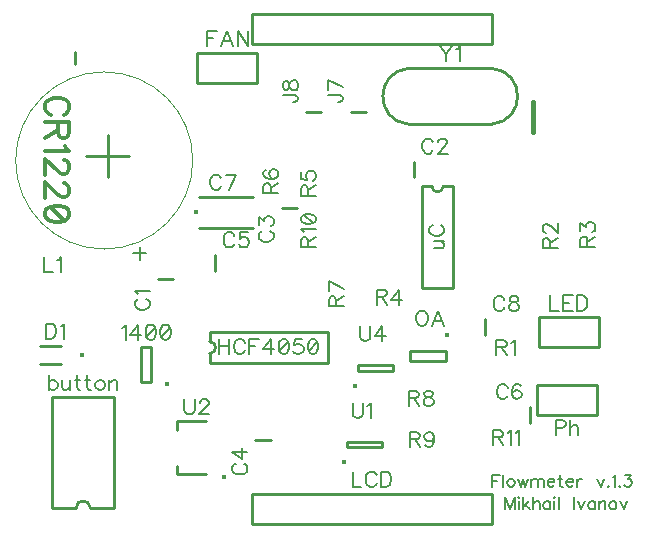
<source format=gbr>
G04 DipTrace 3.2.0.1*
G04 TopSilk.gbr*
%MOIN*%
G04 #@! TF.FileFunction,Legend,Top*
G04 #@! TF.Part,Single*
%ADD10C,0.009843*%
%ADD16C,0.001312*%
%ADD19C,0.015743*%
%ADD21C,0.015746*%
%ADD28C,0.01542*%
%ADD30C,0.015404*%
%ADD32C,0.015395*%
%ADD34C,0.015401*%
%ADD75C,0.00772*%
%ADD76C,0.015439*%
%ADD77C,0.006176*%
%ADD78C,0.010807*%
%ADD79C,0.012351*%
%FSLAX26Y26*%
G04*
G70*
G90*
G75*
G01*
G04 TopSilk*
%LPD*%
X924322Y1296094D2*
D10*
X975463D1*
X1777192Y1635371D2*
Y1686513D1*
X1336778Y1533570D2*
X1387920D1*
X1249287Y758651D2*
X1300429D1*
X1114761Y1322904D2*
Y1374046D1*
X2166129Y867849D2*
Y816707D1*
D19*
X1051439Y1517207D3*
X1059860Y1464333D2*
D10*
X1239866D1*
X1059860Y1570081D2*
X1239866D1*
X2014667Y1110427D2*
Y1161568D1*
X602310Y1010759D2*
X531431D1*
X602310Y1073753D2*
X531431D1*
D21*
X671200Y1042256D3*
X826155Y1706652D2*
D10*
X686149D1*
X756172Y1776614D2*
Y1636614D1*
X1237357Y579811D2*
X2037357D1*
X1237357Y479811D2*
Y579811D1*
Y479811D2*
X2037357D1*
Y579811D1*
X2387257Y842273D2*
Y942273D1*
X2187257Y842273D2*
X2387257D1*
X2187257D2*
Y942273D1*
X2387257D1*
X2193496Y1167249D2*
Y1067249D1*
X2393496Y1167249D2*
X2193496D1*
X2393496D2*
Y1067249D1*
X2193496D1*
X1256126Y1948407D2*
Y2048407D1*
X1056126Y1948407D2*
X1256126D1*
X1056126D2*
Y2048407D1*
X1256126D1*
X1619146Y1850808D2*
X1568004D1*
X1469161D2*
X1418020D1*
X1805062Y1605370D2*
Y1266777D1*
X1907439Y1605370D2*
Y1266777D1*
X1805062D2*
X1907439D1*
X1805062Y1605370D2*
X1836556D1*
X1875945D2*
X1907439D1*
X1836556D2*
G03X1875945Y1605370I19694J-12D01*
G01*
X1085491Y644018D2*
X987085D1*
Y673558D1*
Y791643D2*
Y821184D1*
X1085491D1*
D28*
X1144121Y634921D3*
D30*
X1581474Y940058D3*
X1590675Y990199D2*
D10*
X1708780D1*
Y1009885D1*
X1590675D1*
Y990199D1*
D32*
X954019Y946601D3*
X899954Y951863D2*
D10*
Y1069971D1*
X868463Y951863D2*
Y1069971D1*
X899954D2*
X868463D1*
X899954Y951863D2*
X868463D1*
D34*
X1889210Y1108877D3*
X1883948Y1054812D2*
D10*
X1765840D1*
X1883948Y1023321D2*
X1765840D1*
Y1054812D2*
Y1023321D1*
X1883948Y1054812D2*
Y1023321D1*
X777272Y902341D2*
X572539D1*
X777272Y532262D2*
Y902341D1*
X572539Y532262D2*
Y902341D1*
X777272Y532262D2*
X698531D1*
X572539D2*
X651280D1*
X698531D2*
G03X651280Y532262I-23626J-15D01*
G01*
X1096866Y1016185D2*
X1490535D1*
X1096866Y1118561D2*
X1490535D1*
Y1016185D2*
Y1118561D1*
X1096866Y1016185D2*
Y1047678D1*
Y1087067D2*
Y1118561D1*
Y1047678D2*
G03X1096866Y1087067I-11J19694D01*
G01*
X2038197Y1997541D2*
X1758869D1*
X2038197Y1811793D2*
X1758869D1*
X2038197D2*
G03X2038197Y1997541I-8216J92874D01*
G01*
X1758869D2*
G03X1758869Y1811793I8216J-92874D01*
G01*
D30*
X1543978Y683834D3*
X1553179Y733976D2*
D10*
X1671283D1*
Y753662D1*
X1553179D1*
Y733976D1*
X1237357Y2179643D2*
X2037357D1*
X1237357Y2079643D2*
Y2179643D1*
Y2079643D2*
X2037357D1*
Y2179643D1*
X449953Y1690601D2*
D16*
G02X449953Y1690601I295276J0D01*
G01*
X859080Y1229437D2*
D75*
X854327Y1227060D1*
X849518Y1222252D1*
X847142Y1217498D1*
Y1207937D1*
X849518Y1203128D1*
X854327Y1198375D1*
X859080Y1195943D1*
X866265Y1193567D1*
X878259D1*
X885388Y1195943D1*
X890197Y1198375D1*
X894950Y1203128D1*
X897382Y1207937D1*
Y1217498D1*
X894950Y1222251D1*
X890197Y1227060D1*
X885388Y1229437D1*
X856759Y1244876D2*
X854327Y1249684D1*
X847197Y1256869D1*
X897382D1*
X1841537Y1751755D2*
X1839160Y1756508D1*
X1834352Y1761316D1*
X1829599Y1763693D1*
X1820037D1*
X1815229Y1761316D1*
X1810475Y1756508D1*
X1808044Y1751755D1*
X1805667Y1744570D1*
Y1732576D1*
X1808044Y1725446D1*
X1810475Y1720638D1*
X1815229Y1715885D1*
X1820037Y1713453D1*
X1829599D1*
X1834352Y1715885D1*
X1839160Y1720638D1*
X1841537Y1725446D1*
X1859408Y1751699D2*
Y1754076D1*
X1861785Y1758884D1*
X1864161Y1761261D1*
X1868970Y1763638D1*
X1878531D1*
X1883284Y1761261D1*
X1885661Y1758884D1*
X1888093Y1754076D1*
Y1749323D1*
X1885661Y1744514D1*
X1880908Y1737385D1*
X1856976Y1713453D1*
X1890469D1*
X1271537Y1456162D2*
X1266784Y1453785D1*
X1261975Y1448977D1*
X1259598Y1444223D1*
Y1434662D1*
X1261975Y1429853D1*
X1266783Y1425100D1*
X1271537Y1422668D1*
X1278722Y1420292D1*
X1290715D1*
X1297845Y1422668D1*
X1302653Y1425100D1*
X1307407Y1429853D1*
X1309839Y1434662D1*
Y1444223D1*
X1307407Y1448977D1*
X1302653Y1453785D1*
X1297845Y1456162D1*
X1259654Y1476409D2*
Y1502662D1*
X1278777Y1488348D1*
Y1495533D1*
X1281154Y1500286D1*
X1283530Y1502662D1*
X1290715Y1505094D1*
X1295468D1*
X1302653Y1502662D1*
X1307462Y1497909D1*
X1309838Y1490724D1*
Y1483539D1*
X1307462Y1476409D1*
X1305030Y1474033D1*
X1300277Y1471601D1*
X1184046Y680055D2*
X1179293Y677678D1*
X1174484Y672870D1*
X1172108Y668117D1*
Y658555D1*
X1174484Y653746D1*
X1179293Y648993D1*
X1184046Y646561D1*
X1191231Y644185D1*
X1203224D1*
X1210354Y646561D1*
X1215163Y648993D1*
X1219916Y653746D1*
X1222348Y658555D1*
Y668116D1*
X1219916Y672870D1*
X1215163Y677678D1*
X1210354Y680055D1*
X1222348Y719426D2*
X1172163D1*
X1205601Y695494D1*
Y731364D1*
X1179106Y1439287D2*
X1176730Y1444041D1*
X1171921Y1448849D1*
X1167168Y1451226D1*
X1157607D1*
X1152798Y1448849D1*
X1148045Y1444041D1*
X1145613Y1439287D1*
X1143237Y1432102D1*
Y1420109D1*
X1145613Y1412979D1*
X1148045Y1408171D1*
X1152798Y1403418D1*
X1157607Y1400986D1*
X1167168D1*
X1171921Y1403418D1*
X1176730Y1408171D1*
X1179106Y1412979D1*
X1223231Y1451170D2*
X1199354D1*
X1196978Y1429671D1*
X1199354Y1432047D1*
X1206539Y1434479D1*
X1213669D1*
X1220854Y1432047D1*
X1225662Y1427294D1*
X1228039Y1420109D1*
Y1415356D1*
X1225662Y1408171D1*
X1220854Y1403362D1*
X1213669Y1400986D1*
X1206539D1*
X1199354Y1403362D1*
X1196978Y1405794D1*
X1194546Y1410547D1*
X2089937Y933091D2*
X2087560Y937844D1*
X2082752Y942652D1*
X2077998Y945029D1*
X2068437D1*
X2063628Y942652D1*
X2058875Y937844D1*
X2056443Y933091D1*
X2054067Y925906D1*
Y913912D1*
X2056443Y906782D1*
X2058875Y901974D1*
X2063628Y897221D1*
X2068437Y894789D1*
X2077998D1*
X2082752Y897221D1*
X2087560Y901974D1*
X2089937Y906782D1*
X2134061Y937844D2*
X2131684Y942597D1*
X2124499Y944974D1*
X2119746D1*
X2112561Y942597D1*
X2107752Y935412D1*
X2105376Y923474D1*
Y911536D1*
X2107752Y901974D1*
X2112561Y897165D1*
X2119746Y894789D1*
X2122122D1*
X2129252Y897165D1*
X2134061Y901974D1*
X2136437Y909159D1*
Y911536D1*
X2134061Y918721D1*
X2129252Y923474D1*
X2122122Y925850D1*
X2119746D1*
X2112561Y923474D1*
X2107752Y918721D1*
X2105376Y911536D1*
X1135185Y1631366D2*
X1132809Y1636119D1*
X1128000Y1640928D1*
X1123247Y1643304D1*
X1113685D1*
X1108877Y1640928D1*
X1104124Y1636119D1*
X1101692Y1631366D1*
X1099315Y1624181D1*
Y1612188D1*
X1101692Y1605058D1*
X1104124Y1600249D1*
X1108877Y1595496D1*
X1113685Y1593064D1*
X1123247D1*
X1128000Y1595496D1*
X1132809Y1600249D1*
X1135185Y1605058D1*
X1160186Y1593064D2*
X1184118Y1643249D1*
X1150624D1*
X2079040Y1226810D2*
X2076663Y1231563D1*
X2071855Y1236371D1*
X2067101Y1238748D1*
X2057540D1*
X2052731Y1236371D1*
X2047978Y1231563D1*
X2045546Y1226810D1*
X2043170Y1219625D1*
Y1207631D1*
X2045546Y1200501D1*
X2047978Y1195693D1*
X2052731Y1190940D1*
X2057540Y1188508D1*
X2067101D1*
X2071855Y1190940D1*
X2076663Y1195693D1*
X2079040Y1200501D1*
X2106417Y1238693D2*
X2099287Y1236316D1*
X2096855Y1231563D1*
Y1226755D1*
X2099287Y1222001D1*
X2104040Y1219569D1*
X2113602Y1217193D1*
X2120787Y1214816D1*
X2125540Y1210008D1*
X2127917Y1205255D1*
Y1198070D1*
X2125540Y1193316D1*
X2123164Y1190885D1*
X2115979Y1188508D1*
X2106417D1*
X2099287Y1190885D1*
X2096855Y1193316D1*
X2094479Y1198070D1*
Y1205255D1*
X2096855Y1210008D1*
X2101664Y1214816D1*
X2108794Y1217193D1*
X2118355Y1219569D1*
X2123164Y1222001D1*
X2125540Y1226755D1*
Y1231563D1*
X2123164Y1236316D1*
X2115979Y1238693D1*
X2106417D1*
X551170Y1146976D2*
Y1096736D1*
X567916D1*
X575101Y1099168D1*
X579910Y1103921D1*
X582286Y1108730D1*
X584663Y1115860D1*
Y1127853D1*
X582286Y1135038D1*
X579910Y1139791D1*
X575101Y1144600D1*
X567916Y1146976D1*
X551170D1*
X600102Y1137359D2*
X604911Y1139791D1*
X612096Y1146921D1*
Y1096736D1*
X1572894Y653034D2*
Y602794D1*
X1601579D1*
X1652888Y641096D2*
X1650511Y645849D1*
X1645703Y650658D1*
X1640949Y653034D1*
X1631388D1*
X1626579Y650658D1*
X1621826Y645849D1*
X1619394Y641096D1*
X1617018Y633911D1*
Y621917D1*
X1619394Y614788D1*
X1621826Y609979D1*
X1626579Y605226D1*
X1631388Y602794D1*
X1640949D1*
X1645703Y605226D1*
X1650511Y609979D1*
X1652888Y614788D1*
X1668327Y653034D2*
Y602794D1*
X1685074D1*
X1692259Y605226D1*
X1697067Y609979D1*
X1699444Y614788D1*
X1701820Y621917D1*
Y633911D1*
X1699444Y641096D1*
X1697067Y645849D1*
X1692259Y650658D1*
X1685074Y653034D1*
X1668327D1*
X2249637Y799006D2*
X2271192D1*
X2278322Y801383D1*
X2280754Y803814D1*
X2283130Y808568D1*
Y815753D1*
X2280754Y820506D1*
X2278322Y822938D1*
X2271192Y825314D1*
X2249637D1*
Y775074D1*
X2298569Y825314D2*
Y775074D1*
Y799006D2*
X2305754Y806191D1*
X2310563Y808568D1*
X2317748D1*
X2322501Y806191D1*
X2324878Y799006D1*
Y775074D1*
X2231437Y1240472D2*
Y1190232D1*
X2260122D1*
X2306623Y1240472D2*
X2275561D1*
Y1190232D1*
X2306623D1*
X2275561Y1216541D2*
X2294684D1*
X2322062Y1240472D2*
Y1190232D1*
X2338808D1*
X2345994Y1192664D1*
X2350802Y1197417D1*
X2353179Y1202226D1*
X2355555Y1209356D1*
Y1221349D1*
X2353179Y1228534D1*
X2350802Y1233287D1*
X2345994Y1238096D1*
X2338808Y1240472D1*
X2322062D1*
X1120348Y2121630D2*
X1089231D1*
Y2071390D1*
Y2097698D2*
X1108354D1*
X1174089Y2071390D2*
X1154910Y2121630D1*
X1135787Y2071390D1*
X1142972Y2088137D2*
X1166904D1*
X1223021Y2121630D2*
Y2071390D1*
X1189528Y2121630D1*
Y2071390D1*
X1490824Y1909185D2*
X1529071D1*
X1536256Y1906808D1*
X1538632Y1904376D1*
X1541064Y1899623D1*
Y1894815D1*
X1538632Y1890061D1*
X1536256Y1887685D1*
X1529071Y1885253D1*
X1524318D1*
X1541064Y1934185D2*
X1490880Y1958117D1*
X1490879Y1924624D1*
X1340840Y1909212D2*
X1379086D1*
X1386272Y1906836D1*
X1388648Y1904404D1*
X1391080Y1899651D1*
Y1894842D1*
X1388648Y1890089D1*
X1386271Y1887713D1*
X1379086Y1885281D1*
X1374333D1*
X1340895Y1936590D2*
X1343272Y1929460D1*
X1348025Y1927028D1*
X1352833D1*
X1357587Y1929460D1*
X1360019Y1934213D1*
X1362395Y1943775D1*
X1364772Y1950960D1*
X1369580Y1955713D1*
X1374333Y1958090D1*
X1381518D1*
X1386272Y1955713D1*
X1388703Y1953336D1*
X1391080Y1946151D1*
Y1936590D1*
X1388703Y1929460D1*
X1386272Y1927028D1*
X1381518Y1924652D1*
X1374333D1*
X1369580Y1927028D1*
X1364772Y1931837D1*
X1362395Y1938966D1*
X1360019Y1948528D1*
X1357587Y1953336D1*
X1352833Y1955713D1*
X1348025D1*
X1343272Y1953336D1*
X1340895Y1946151D1*
Y1936590D1*
X545343Y1367577D2*
Y1317337D1*
X574028D1*
X589467Y1357961D2*
X594275Y1360392D1*
X601460Y1367522D1*
Y1317337D1*
X2052684Y1067394D2*
X2074184D1*
X2081369Y1069826D1*
X2083801Y1072202D1*
X2086177Y1076955D1*
Y1081764D1*
X2083801Y1086517D1*
X2081369Y1088949D1*
X2074184Y1091325D1*
X2052684D1*
Y1041085D1*
X2069431Y1067394D2*
X2086177Y1041085D1*
X2101617Y1081709D2*
X2106425Y1084140D1*
X2113610Y1091270D1*
Y1041085D1*
X2230774Y1398785D2*
Y1420284D1*
X2228342Y1427469D1*
X2225966Y1429901D1*
X2221213Y1432278D1*
X2216404D1*
X2211651Y1429901D1*
X2209219Y1427469D1*
X2206843Y1420284D1*
Y1398785D1*
X2257083D1*
X2230774Y1415531D2*
X2257083Y1432278D1*
X2218836Y1450149D2*
X2216460D1*
X2211651Y1452526D1*
X2209274Y1454902D1*
X2206898Y1459711D1*
Y1469272D1*
X2209274Y1474025D1*
X2211651Y1476402D1*
X2216460Y1478834D1*
X2221213D1*
X2226021Y1476402D1*
X2233151Y1471649D1*
X2257083Y1447717D1*
Y1481210D1*
X2355761Y1403220D2*
Y1424720D1*
X2353329Y1431905D1*
X2350953Y1434337D1*
X2346200Y1436714D1*
X2341391D1*
X2336638Y1434337D1*
X2334206Y1431905D1*
X2331829Y1424720D1*
Y1403220D1*
X2382069D1*
X2355761Y1419967D2*
X2382069Y1436713D1*
X2331885Y1456961D2*
Y1483214D1*
X2351008Y1468899D1*
Y1476084D1*
X2353385Y1480838D1*
X2355761Y1483214D1*
X2362946Y1485646D1*
X2367699D1*
X2374884Y1483214D1*
X2379693Y1478461D1*
X2382069Y1471276D1*
Y1464091D1*
X2379693Y1456961D1*
X2377261Y1454585D1*
X2372508Y1452153D1*
X1424609Y1573766D2*
Y1595266D1*
X1422177Y1602451D1*
X1419801Y1604883D1*
X1415047Y1607259D1*
X1410239D1*
X1405486Y1604883D1*
X1403054Y1602451D1*
X1400677Y1595266D1*
Y1573766D1*
X1450917D1*
X1424609Y1590513D2*
X1450917Y1607259D1*
X1400733Y1651384D2*
Y1627507D1*
X1422232Y1625131D1*
X1419856Y1627507D1*
X1417424Y1634692D1*
Y1641822D1*
X1419856Y1649007D1*
X1424609Y1653815D1*
X1431794Y1656192D1*
X1436547D1*
X1443732Y1653815D1*
X1448541Y1649007D1*
X1450917Y1641822D1*
Y1634692D1*
X1448541Y1627507D1*
X1446109Y1625131D1*
X1441356Y1622699D1*
X1299622Y1581231D2*
Y1602731D1*
X1297190Y1609916D1*
X1294814Y1612348D1*
X1290060Y1614725D1*
X1285252D1*
X1280499Y1612348D1*
X1278067Y1609916D1*
X1275690Y1602731D1*
Y1581231D1*
X1325930D1*
X1299622Y1597978D2*
X1325930Y1614725D1*
X1282875Y1658849D2*
X1278122Y1656472D1*
X1275746Y1649287D1*
Y1644534D1*
X1278122Y1637349D1*
X1285307Y1632541D1*
X1297245Y1630164D1*
X1309184D1*
X1318745Y1632541D1*
X1323554Y1637349D1*
X1325930Y1644534D1*
Y1646911D1*
X1323554Y1654040D1*
X1318745Y1658849D1*
X1311560Y1661225D1*
X1309184D1*
X1301999Y1658849D1*
X1297245Y1654040D1*
X1294869Y1646911D1*
Y1644534D1*
X1297245Y1637349D1*
X1301999Y1632541D1*
X1309184Y1630164D1*
X1518349Y1205055D2*
Y1226555D1*
X1515917Y1233740D1*
X1513541Y1236172D1*
X1508787Y1238548D1*
X1503979D1*
X1499226Y1236172D1*
X1496794Y1233740D1*
X1494417Y1226555D1*
Y1205055D1*
X1544657D1*
X1518349Y1221802D2*
X1544657Y1238548D1*
Y1263549D2*
X1494473Y1287481D1*
Y1253987D1*
X1760836Y898756D2*
X1782336D1*
X1789521Y901188D1*
X1791952Y903564D1*
X1794329Y908318D1*
Y913126D1*
X1791952Y917879D1*
X1789521Y920311D1*
X1782336Y922688D1*
X1760836D1*
Y872448D1*
X1777582Y898756D2*
X1794329Y872448D1*
X1821706Y922632D2*
X1814577Y920256D1*
X1812145Y915503D1*
Y910694D1*
X1814577Y905941D1*
X1819330Y903509D1*
X1828892Y901133D1*
X1836077Y898756D1*
X1840830Y893947D1*
X1843206Y889194D1*
Y882009D1*
X1840830Y877256D1*
X1838453Y874824D1*
X1831268Y872448D1*
X1821706D1*
X1814577Y874824D1*
X1812145Y877256D1*
X1809768Y882009D1*
Y889194D1*
X1812145Y893947D1*
X1816953Y898756D1*
X1824083Y901133D1*
X1833645Y903509D1*
X1838453Y905941D1*
X1840830Y910694D1*
Y915503D1*
X1838453Y920256D1*
X1831268Y922632D1*
X1821706D1*
X1763810Y761270D2*
X1785310D1*
X1792495Y763702D1*
X1794927Y766079D1*
X1797303Y770832D1*
Y775640D1*
X1794927Y780394D1*
X1792495Y782825D1*
X1785310Y785202D1*
X1763810D1*
Y734962D1*
X1780557Y761270D2*
X1797303Y734962D1*
X1843859Y768455D2*
X1841427Y761270D1*
X1836674Y756462D1*
X1829489Y754085D1*
X1827113D1*
X1819928Y756462D1*
X1815174Y761270D1*
X1812743Y768455D1*
Y770832D1*
X1815174Y778017D1*
X1819928Y782770D1*
X1827113Y785147D1*
X1829489D1*
X1836674Y782770D1*
X1841427Y778017D1*
X1843859Y768455D1*
Y756462D1*
X1841427Y744524D1*
X1836674Y737339D1*
X1829489Y734962D1*
X1824736D1*
X1817551Y737339D1*
X1815174Y742147D1*
X1424609Y1402003D2*
Y1423502D1*
X1422177Y1430687D1*
X1419801Y1433119D1*
X1415047Y1435496D1*
X1410239D1*
X1405486Y1433119D1*
X1403054Y1430687D1*
X1400677Y1423502D1*
Y1402003D1*
X1450917D1*
X1424609Y1418749D2*
X1450917Y1435496D1*
X1410294Y1450935D2*
X1407862Y1455744D1*
X1400733Y1462929D1*
X1450917D1*
X1400733Y1492738D2*
X1403109Y1485553D1*
X1410294Y1480744D1*
X1422232Y1478368D1*
X1429417D1*
X1441356Y1480744D1*
X1448541Y1485553D1*
X1450917Y1492738D1*
Y1497491D1*
X1448541Y1504676D1*
X1441356Y1509429D1*
X1429417Y1511861D1*
X1422232D1*
X1410294Y1509429D1*
X1403109Y1504676D1*
X1400733Y1497491D1*
Y1492738D1*
X1410294Y1509429D2*
X1441356Y1480744D1*
X2040876Y767520D2*
X2062376D1*
X2069561Y769952D1*
X2071992Y772328D1*
X2074369Y777081D1*
Y781890D1*
X2071992Y786643D1*
X2069561Y789075D1*
X2062376Y791451D1*
X2040876D1*
Y741211D1*
X2057622Y767520D2*
X2074369Y741211D1*
X2089808Y781835D2*
X2094617Y784266D1*
X2101802Y791396D1*
Y741211D1*
X2117241Y781835D2*
X2122049Y784266D1*
X2129235Y791396D1*
Y741211D1*
X1844865Y1397265D2*
X1868797D1*
X1875927Y1399641D1*
X1878359Y1404450D1*
Y1411635D1*
X1875927Y1416388D1*
X1868797Y1423573D1*
X1844865D2*
X1878359D1*
X1840057Y1474882D2*
X1835304Y1472506D1*
X1830495Y1467697D1*
X1828119Y1462944D1*
Y1453382D1*
X1830495Y1448574D1*
X1835304Y1443821D1*
X1840057Y1441389D1*
X1847242Y1439012D1*
X1859235D1*
X1866365Y1441389D1*
X1871173Y1443821D1*
X1875927Y1448574D1*
X1878359Y1453382D1*
Y1462944D1*
X1875927Y1467697D1*
X1871173Y1472506D1*
X1866365Y1474882D1*
X1012795Y894407D2*
Y858537D1*
X1015172Y851352D1*
X1019980Y846599D1*
X1027165Y844167D1*
X1031918D1*
X1039103Y846599D1*
X1043912Y851352D1*
X1046288Y858537D1*
Y894407D1*
X1064159Y882413D2*
Y884790D1*
X1066536Y889598D1*
X1068913Y891975D1*
X1073721Y894352D1*
X1083283D1*
X1088036Y891975D1*
X1090412Y889598D1*
X1092844Y884790D1*
Y880037D1*
X1090412Y875228D1*
X1085659Y868099D1*
X1061727Y844167D1*
X1095221D1*
X1598874Y1139210D2*
Y1103340D1*
X1601251Y1096155D1*
X1606059Y1091402D1*
X1613244Y1088970D1*
X1617998D1*
X1625183Y1091402D1*
X1629991Y1096155D1*
X1632368Y1103340D1*
Y1139210D1*
X1671739Y1088970D2*
Y1139155D1*
X1647807Y1105717D1*
X1683677D1*
X804995Y1133577D2*
X809803Y1136009D1*
X816988Y1143139D1*
Y1092954D1*
X856359D2*
Y1143139D1*
X832428Y1109701D1*
X868297D1*
X898107Y1143139D2*
X890922Y1140762D1*
X886113Y1133577D1*
X883737Y1121639D1*
Y1114454D1*
X886113Y1102516D1*
X890922Y1095331D1*
X898107Y1092954D1*
X902860D1*
X910045Y1095331D1*
X914798Y1102516D1*
X917230Y1114454D1*
Y1121639D1*
X914798Y1133577D1*
X910045Y1140762D1*
X902860Y1143139D1*
X898107D1*
X914798Y1133577D2*
X886113Y1102516D1*
X947039Y1143139D2*
X939854Y1140762D1*
X935046Y1133577D1*
X932669Y1121639D1*
Y1114454D1*
X935046Y1102516D1*
X939854Y1095331D1*
X947039Y1092954D1*
X951793D1*
X958978Y1095331D1*
X963731Y1102516D1*
X966163Y1114454D1*
Y1121639D1*
X963731Y1133577D1*
X958978Y1140762D1*
X951793Y1143139D1*
X947039D1*
X963731Y1133577D2*
X935046Y1102516D1*
X1799752Y1189798D2*
X1794943Y1187421D1*
X1790190Y1182613D1*
X1787758Y1177860D1*
X1785382Y1170675D1*
Y1158681D1*
X1787758Y1151551D1*
X1790190Y1146743D1*
X1794943Y1141990D1*
X1799752Y1139558D1*
X1809313D1*
X1814066Y1141990D1*
X1818875Y1146743D1*
X1821251Y1151551D1*
X1823628Y1158681D1*
Y1170675D1*
X1821251Y1177860D1*
X1818875Y1182613D1*
X1814066Y1187421D1*
X1809313Y1189798D1*
X1799752D1*
X1877369Y1139558D2*
X1858191Y1189798D1*
X1839067Y1139558D1*
X1846252Y1156305D2*
X1870184D1*
X560975Y975564D2*
Y925324D1*
Y951633D2*
X565783Y956441D1*
X570537Y958818D1*
X577722D1*
X582475Y956441D1*
X587283Y951633D1*
X589660Y944448D1*
Y939694D1*
X587283Y932509D1*
X582475Y927756D1*
X577722Y925324D1*
X570537D1*
X565783Y927756D1*
X560975Y932509D1*
X605099Y958818D2*
Y934886D1*
X607476Y927756D1*
X612284Y925324D1*
X619469D1*
X624222Y927756D1*
X631407Y934886D1*
Y958818D2*
Y925324D1*
X654032Y975564D2*
Y934886D1*
X656408Y927756D1*
X661217Y925324D1*
X665970D1*
X646847Y958818D2*
X663593D1*
X688594Y975564D2*
Y934886D1*
X690971Y927756D1*
X695779Y925324D1*
X700532D1*
X681409Y958818D2*
X698156D1*
X727910D2*
X723157Y956441D1*
X718348Y951633D1*
X715972Y944448D1*
Y939694D1*
X718348Y932509D1*
X723157Y927756D1*
X727910Y925324D1*
X735095D1*
X739903Y927756D1*
X744657Y932509D1*
X747088Y939694D1*
Y944448D1*
X744657Y951633D1*
X739903Y956441D1*
X735095Y958818D1*
X727910D1*
X762528D2*
Y925324D1*
Y949256D2*
X769713Y956441D1*
X774521Y958818D1*
X781651D1*
X786459Y956441D1*
X788836Y949256D1*
Y925324D1*
X1128968Y1095505D2*
Y1045265D1*
X1162461Y1095505D2*
Y1045265D1*
X1128968Y1071573D2*
X1162461D1*
X1213771Y1083567D2*
X1211394Y1088320D1*
X1206586Y1093128D1*
X1201832Y1095505D1*
X1192271D1*
X1187462Y1093128D1*
X1182709Y1088320D1*
X1180277Y1083567D1*
X1177901Y1076382D1*
Y1064388D1*
X1180277Y1057258D1*
X1182709Y1052450D1*
X1187462Y1047697D1*
X1192271Y1045265D1*
X1201832D1*
X1206586Y1047697D1*
X1211394Y1052450D1*
X1213771Y1057258D1*
X1260327Y1095505D2*
X1229210D1*
Y1045265D1*
Y1071573D2*
X1248333D1*
X1299698Y1045265D2*
Y1095450D1*
X1275766Y1062012D1*
X1311636D1*
X1341445Y1095450D2*
X1334260Y1093073D1*
X1329452Y1085888D1*
X1327075Y1073950D1*
Y1066765D1*
X1329452Y1054827D1*
X1334260Y1047641D1*
X1341445Y1045265D1*
X1346198D1*
X1353383Y1047641D1*
X1358136Y1054827D1*
X1360568Y1066765D1*
Y1073950D1*
X1358136Y1085888D1*
X1353383Y1093073D1*
X1346198Y1095450D1*
X1341445D1*
X1358136Y1085888D2*
X1329452Y1054827D1*
X1404692Y1095450D2*
X1380816D1*
X1378439Y1073950D1*
X1380816Y1076326D1*
X1388001Y1078758D1*
X1395131D1*
X1402316Y1076326D1*
X1407124Y1071573D1*
X1409501Y1064388D1*
Y1059635D1*
X1407124Y1052450D1*
X1402316Y1047641D1*
X1395131Y1045265D1*
X1388001D1*
X1380816Y1047641D1*
X1378439Y1050073D1*
X1376008Y1054827D1*
X1439310Y1095450D2*
X1432125Y1093073D1*
X1427317Y1085888D1*
X1424940Y1073950D1*
Y1066765D1*
X1427317Y1054827D1*
X1432125Y1047641D1*
X1439310Y1045265D1*
X1444063D1*
X1451248Y1047641D1*
X1456002Y1054827D1*
X1458434Y1066765D1*
Y1073950D1*
X1456002Y1085888D1*
X1451248Y1093073D1*
X1444063Y1095450D1*
X1439310D1*
X1456002Y1085888D2*
X1427317Y1054827D1*
X1865693Y2070764D2*
X1884816Y2046832D1*
Y2020524D1*
X1903940Y2070764D2*
X1884816Y2046832D1*
X1919379Y2061147D2*
X1924187Y2063579D1*
X1931372Y2070708D1*
Y2020524D1*
X1573316Y882987D2*
Y847117D1*
X1575693Y839932D1*
X1580502Y835179D1*
X1587687Y832747D1*
X1592440D1*
X1599625Y835179D1*
X1604433Y839932D1*
X1606810Y847117D1*
Y882987D1*
X1622249Y873370D2*
X1627058Y875802D1*
X1634243Y882932D1*
Y832747D1*
X1653381Y1236221D2*
X1674881D1*
X1682066Y1238652D1*
X1684498Y1241029D1*
X1686874Y1245782D1*
Y1250591D1*
X1684498Y1255344D1*
X1682066Y1257776D1*
X1674881Y1260152D1*
X1653381D1*
Y1209912D1*
X1670128Y1236221D2*
X1686874Y1209912D1*
X1726245D2*
Y1260097D1*
X1702313Y1226659D1*
X1738183D1*
X2174764Y1884718D2*
D76*
Y1784238D1*
X2063790Y642701D2*
D77*
X2038896D1*
Y602509D1*
Y623555D2*
X2054195D1*
X2076141Y642701D2*
Y602509D1*
X2098043Y629303D2*
X2094240Y627402D1*
X2090394Y623555D1*
X2088492Y617807D1*
Y614005D1*
X2090394Y608257D1*
X2094240Y604454D1*
X2098043Y602509D1*
X2103791D1*
X2107638Y604454D1*
X2111440Y608257D1*
X2113386Y614005D1*
Y617807D1*
X2111440Y623555D1*
X2107638Y627402D1*
X2103791Y629303D1*
X2098043D1*
X2125737D2*
X2133387Y602509D1*
X2141036Y629303D1*
X2148685Y602509D1*
X2156334Y629303D1*
X2168686D2*
Y602509D1*
Y621654D2*
X2174434Y627402D1*
X2178281Y629303D1*
X2183984D1*
X2187831Y627402D1*
X2189732Y621654D1*
Y602509D1*
Y621654D2*
X2195481Y627402D1*
X2199327Y629303D1*
X2205031D1*
X2208878Y627402D1*
X2210823Y621654D1*
Y602509D1*
X2223175Y617807D2*
X2246123D1*
Y621654D1*
X2244221Y625501D1*
X2242320Y627402D1*
X2238473Y629303D1*
X2232725D1*
X2228923Y627402D1*
X2225076Y623555D1*
X2223175Y617807D1*
Y614005D1*
X2225076Y608257D1*
X2228923Y604454D1*
X2232725Y602509D1*
X2238473D1*
X2242320Y604454D1*
X2246123Y608257D1*
X2264222Y642701D2*
Y610158D1*
X2266123Y604454D1*
X2269970Y602509D1*
X2273773D1*
X2258474Y629303D2*
X2271871D1*
X2286124Y617807D2*
X2309072D1*
Y621654D1*
X2307171Y625501D1*
X2305269Y627402D1*
X2301423Y629303D1*
X2295675D1*
X2291872Y627402D1*
X2288025Y623555D1*
X2286124Y617807D1*
Y614005D1*
X2288025Y608257D1*
X2291872Y604454D1*
X2295675Y602509D1*
X2301423D1*
X2305269Y604454D1*
X2309072Y608257D1*
X2321423Y629303D2*
Y602509D1*
Y617807D2*
X2323369Y623555D1*
X2327171Y627402D1*
X2331018Y629303D1*
X2336766D1*
X2387998D2*
X2399494Y602509D1*
X2410946Y629303D1*
X2425199Y606356D2*
X2423298Y604410D1*
X2425199Y602509D1*
X2427144Y604410D1*
X2425199Y606356D1*
X2439496Y635007D2*
X2443343Y636953D1*
X2449091Y642657D1*
Y602509D1*
X2463343Y606356D2*
X2461442Y604410D1*
X2463343Y602509D1*
X2465289Y604410D1*
X2463343Y606356D1*
X2481487Y642657D2*
X2502489D1*
X2491037Y627358D1*
X2496786D1*
X2500588Y625457D1*
X2502489Y623555D1*
X2504435Y617807D1*
Y614005D1*
X2502489Y608257D1*
X2498687Y604410D1*
X2492939Y602509D1*
X2487191D1*
X2481487Y604410D1*
X2479586Y606356D1*
X2477640Y610158D1*
X2113239Y527517D2*
Y567709D1*
X2097940Y527517D1*
X2082642Y567709D1*
Y527517D1*
X2125590Y567709D2*
X2127492Y565807D1*
X2129437Y567709D1*
X2127492Y569654D1*
X2125590Y567709D1*
X2127492Y554311D2*
Y527517D1*
X2141788Y567709D2*
Y527517D1*
X2160934Y554311D2*
X2141788Y535166D1*
X2149438Y542815D2*
X2162835Y527517D1*
X2175186Y567709D2*
Y527517D1*
Y546662D2*
X2180934Y552410D1*
X2184781Y554311D1*
X2190529D1*
X2194332Y552410D1*
X2196233Y546662D1*
Y527517D1*
X2231532Y554311D2*
Y527517D1*
Y548563D2*
X2227730Y552410D1*
X2223883Y554311D1*
X2218179D1*
X2214333Y552410D1*
X2210530Y548563D1*
X2208584Y542815D1*
Y539013D1*
X2210530Y533265D1*
X2214333Y529462D1*
X2218179Y527517D1*
X2223883D1*
X2227730Y529462D1*
X2231532Y533265D1*
X2243884Y567709D2*
X2245785Y565807D1*
X2247731Y567709D1*
X2245785Y569654D1*
X2243884Y567709D1*
X2245785Y554311D2*
Y527517D1*
X2260082Y567709D2*
Y527517D1*
X2311314Y567709D2*
Y527517D1*
X2323666Y554311D2*
X2335162Y527517D1*
X2346613Y554311D1*
X2381913D2*
Y527517D1*
Y548563D2*
X2378110Y552410D1*
X2374263Y554311D1*
X2368560D1*
X2364713Y552410D1*
X2360910Y548563D1*
X2358965Y542815D1*
Y539013D1*
X2360910Y533265D1*
X2364713Y529462D1*
X2368560Y527517D1*
X2374263D1*
X2378110Y529462D1*
X2381913Y533265D1*
X2394264Y554311D2*
Y527517D1*
Y546662D2*
X2400012Y552410D1*
X2403859Y554311D1*
X2409563D1*
X2413410Y552410D1*
X2415311Y546662D1*
Y527517D1*
X2437213Y554311D2*
X2433410Y552410D1*
X2429563Y548563D1*
X2427662Y542815D1*
Y539013D1*
X2429563Y533265D1*
X2433410Y529462D1*
X2437213Y527517D1*
X2442961D1*
X2446808Y529462D1*
X2450610Y533265D1*
X2452556Y539013D1*
Y542815D1*
X2450610Y548563D1*
X2446808Y552410D1*
X2442961Y554311D1*
X2437213D1*
X2464907D2*
X2476403Y527517D1*
X2487855Y554311D1*
X647229Y2051212D2*
D78*
Y2012524D1*
X609950Y1843042D2*
D79*
X617555Y1846845D1*
X625248Y1854538D1*
X629051Y1862143D1*
Y1877442D1*
X625248Y1885135D1*
X617555Y1892740D1*
X609950Y1896631D1*
X598454Y1900434D1*
X579264D1*
X567856Y1896631D1*
X560163Y1892740D1*
X552558Y1885135D1*
X548667Y1877442D1*
Y1862143D1*
X552558Y1854538D1*
X560163Y1846845D1*
X567856Y1843042D1*
X590760Y1818339D2*
Y1783940D1*
X594651Y1772443D1*
X598453Y1768553D1*
X606059Y1764750D1*
X613752D1*
X621357Y1768552D1*
X625248Y1772443D1*
X629051Y1783940D1*
Y1818339D1*
X548667D1*
X590760Y1791545D2*
X548667Y1764750D1*
X613664Y1740047D2*
X617555Y1732354D1*
X628962Y1720858D1*
X548667D1*
X609861Y1692264D2*
X613664D1*
X621357Y1688461D1*
X625160Y1684659D1*
X628962Y1676965D1*
Y1661667D1*
X625160Y1654062D1*
X621357Y1650259D1*
X613664Y1646368D1*
X606059D1*
X598365Y1650259D1*
X586957Y1657864D1*
X548667Y1696155D1*
Y1642565D1*
X609861Y1613972D2*
X613664D1*
X621357Y1610169D1*
X625160Y1606367D1*
X628962Y1598673D1*
Y1583374D1*
X625160Y1575769D1*
X621357Y1571967D1*
X613664Y1568076D1*
X606059D1*
X598365Y1571967D1*
X586957Y1579572D1*
X548667Y1617863D1*
Y1564273D1*
X628962Y1516578D2*
X625160Y1528074D1*
X613664Y1535768D1*
X594563Y1539571D1*
X583066D1*
X563965Y1535768D1*
X552469Y1528074D1*
X548667Y1516578D1*
Y1508973D1*
X552469Y1497477D1*
X563965Y1489872D1*
X583066Y1485981D1*
X594563D1*
X613664Y1489872D1*
X625160Y1497477D1*
X628962Y1508973D1*
Y1516578D1*
X613664Y1489872D2*
X563965Y1535768D1*
X885574Y1381280D2*
D75*
X842519D1*
X864019Y1402780D2*
Y1359725D1*
M02*

</source>
